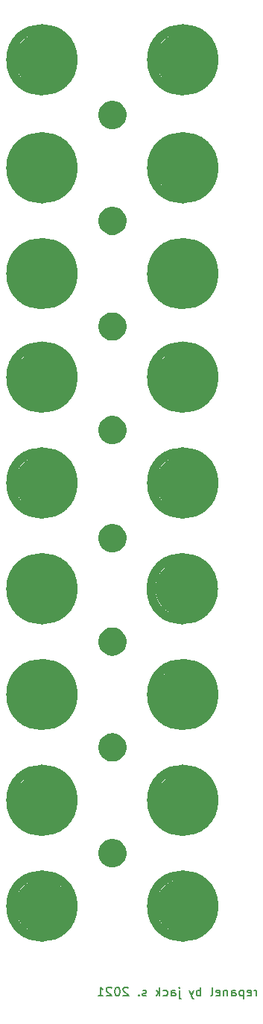
<source format=gbr>
G04 #@! TF.GenerationSoftware,KiCad,Pcbnew,(5.1.5-0)*
G04 #@! TF.CreationDate,2021-01-08T11:57:48-08:00*
G04 #@! TF.ProjectId,divideandconquer,64697669-6465-4616-9e64-636f6e717565,rev?*
G04 #@! TF.SameCoordinates,Original*
G04 #@! TF.FileFunction,Soldermask,Bot*
G04 #@! TF.FilePolarity,Negative*
%FSLAX46Y46*%
G04 Gerber Fmt 4.6, Leading zero omitted, Abs format (unit mm)*
G04 Created by KiCad (PCBNEW (5.1.5-0)) date 2021-01-08 11:57:48*
%MOMM*%
%LPD*%
G04 APERTURE LIST*
%ADD10C,0.150000*%
%ADD11C,1.000000*%
%ADD12C,0.100000*%
G04 APERTURE END LIST*
D10*
X36476190Y-220952380D02*
X36476190Y-220285714D01*
X36476190Y-220476190D02*
X36428571Y-220380952D01*
X36380952Y-220333333D01*
X36285714Y-220285714D01*
X36190476Y-220285714D01*
X35476190Y-220904761D02*
X35571428Y-220952380D01*
X35761904Y-220952380D01*
X35857142Y-220904761D01*
X35904761Y-220809523D01*
X35904761Y-220428571D01*
X35857142Y-220333333D01*
X35761904Y-220285714D01*
X35571428Y-220285714D01*
X35476190Y-220333333D01*
X35428571Y-220428571D01*
X35428571Y-220523809D01*
X35904761Y-220619047D01*
X35000000Y-220285714D02*
X35000000Y-221285714D01*
X35000000Y-220333333D02*
X34904761Y-220285714D01*
X34714285Y-220285714D01*
X34619047Y-220333333D01*
X34571428Y-220380952D01*
X34523809Y-220476190D01*
X34523809Y-220761904D01*
X34571428Y-220857142D01*
X34619047Y-220904761D01*
X34714285Y-220952380D01*
X34904761Y-220952380D01*
X35000000Y-220904761D01*
X33666666Y-220952380D02*
X33666666Y-220428571D01*
X33714285Y-220333333D01*
X33809523Y-220285714D01*
X34000000Y-220285714D01*
X34095238Y-220333333D01*
X33666666Y-220904761D02*
X33761904Y-220952380D01*
X34000000Y-220952380D01*
X34095238Y-220904761D01*
X34142857Y-220809523D01*
X34142857Y-220714285D01*
X34095238Y-220619047D01*
X34000000Y-220571428D01*
X33761904Y-220571428D01*
X33666666Y-220523809D01*
X33190476Y-220285714D02*
X33190476Y-220952380D01*
X33190476Y-220380952D02*
X33142857Y-220333333D01*
X33047619Y-220285714D01*
X32904761Y-220285714D01*
X32809523Y-220333333D01*
X32761904Y-220428571D01*
X32761904Y-220952380D01*
X31904761Y-220904761D02*
X31999999Y-220952380D01*
X32190476Y-220952380D01*
X32285714Y-220904761D01*
X32333333Y-220809523D01*
X32333333Y-220428571D01*
X32285714Y-220333333D01*
X32190476Y-220285714D01*
X31999999Y-220285714D01*
X31904761Y-220333333D01*
X31857142Y-220428571D01*
X31857142Y-220523809D01*
X32333333Y-220619047D01*
X31285714Y-220952380D02*
X31380952Y-220904761D01*
X31428571Y-220809523D01*
X31428571Y-219952380D01*
X30142857Y-220952380D02*
X30142857Y-219952380D01*
X30142857Y-220333333D02*
X30047619Y-220285714D01*
X29857142Y-220285714D01*
X29761904Y-220333333D01*
X29714285Y-220380952D01*
X29666666Y-220476190D01*
X29666666Y-220761904D01*
X29714285Y-220857142D01*
X29761904Y-220904761D01*
X29857142Y-220952380D01*
X30047619Y-220952380D01*
X30142857Y-220904761D01*
X29333333Y-220285714D02*
X29095238Y-220952380D01*
X28857142Y-220285714D02*
X29095238Y-220952380D01*
X29190476Y-221190476D01*
X29238095Y-221238095D01*
X29333333Y-221285714D01*
X27714285Y-220285714D02*
X27714285Y-221142857D01*
X27761904Y-221238095D01*
X27857142Y-221285714D01*
X27904761Y-221285714D01*
X27714285Y-219952380D02*
X27761904Y-220000000D01*
X27714285Y-220047619D01*
X27666666Y-220000000D01*
X27714285Y-219952380D01*
X27714285Y-220047619D01*
X26809523Y-220952380D02*
X26809523Y-220428571D01*
X26857142Y-220333333D01*
X26952380Y-220285714D01*
X27142857Y-220285714D01*
X27238095Y-220333333D01*
X26809523Y-220904761D02*
X26904761Y-220952380D01*
X27142857Y-220952380D01*
X27238095Y-220904761D01*
X27285714Y-220809523D01*
X27285714Y-220714285D01*
X27238095Y-220619047D01*
X27142857Y-220571428D01*
X26904761Y-220571428D01*
X26809523Y-220523809D01*
X25904761Y-220904761D02*
X26000000Y-220952380D01*
X26190476Y-220952380D01*
X26285714Y-220904761D01*
X26333333Y-220857142D01*
X26380952Y-220761904D01*
X26380952Y-220476190D01*
X26333333Y-220380952D01*
X26285714Y-220333333D01*
X26190476Y-220285714D01*
X26000000Y-220285714D01*
X25904761Y-220333333D01*
X25476190Y-220952380D02*
X25476190Y-219952380D01*
X25380952Y-220571428D02*
X25095238Y-220952380D01*
X25095238Y-220285714D02*
X25476190Y-220666666D01*
X23952380Y-220904761D02*
X23857142Y-220952380D01*
X23666666Y-220952380D01*
X23571428Y-220904761D01*
X23523809Y-220809523D01*
X23523809Y-220761904D01*
X23571428Y-220666666D01*
X23666666Y-220619047D01*
X23809523Y-220619047D01*
X23904761Y-220571428D01*
X23952380Y-220476190D01*
X23952380Y-220428571D01*
X23904761Y-220333333D01*
X23809523Y-220285714D01*
X23666666Y-220285714D01*
X23571428Y-220333333D01*
X23095238Y-220857142D02*
X23047619Y-220904761D01*
X23095238Y-220952380D01*
X23142857Y-220904761D01*
X23095238Y-220857142D01*
X23095238Y-220952380D01*
X21904761Y-220047619D02*
X21857142Y-220000000D01*
X21761904Y-219952380D01*
X21523809Y-219952380D01*
X21428571Y-220000000D01*
X21380952Y-220047619D01*
X21333333Y-220142857D01*
X21333333Y-220238095D01*
X21380952Y-220380952D01*
X21952380Y-220952380D01*
X21333333Y-220952380D01*
X20714285Y-219952380D02*
X20619047Y-219952380D01*
X20523809Y-220000000D01*
X20476190Y-220047619D01*
X20428571Y-220142857D01*
X20380952Y-220333333D01*
X20380952Y-220571428D01*
X20428571Y-220761904D01*
X20476190Y-220857142D01*
X20523809Y-220904761D01*
X20619047Y-220952380D01*
X20714285Y-220952380D01*
X20809523Y-220904761D01*
X20857142Y-220857142D01*
X20904761Y-220761904D01*
X20952380Y-220571428D01*
X20952380Y-220333333D01*
X20904761Y-220142857D01*
X20857142Y-220047619D01*
X20809523Y-220000000D01*
X20714285Y-219952380D01*
X20000000Y-220047619D02*
X19952380Y-220000000D01*
X19857142Y-219952380D01*
X19619047Y-219952380D01*
X19523809Y-220000000D01*
X19476190Y-220047619D01*
X19428571Y-220142857D01*
X19428571Y-220238095D01*
X19476190Y-220380952D01*
X20047619Y-220952380D01*
X19428571Y-220952380D01*
X18476190Y-220952380D02*
X19047619Y-220952380D01*
X18761904Y-220952380D02*
X18761904Y-219952380D01*
X18857142Y-220095238D01*
X18952380Y-220190476D01*
X19047619Y-220238095D01*
D11*
X15650000Y-114750000D02*
G75*
G03X15650000Y-114750000I-3550000J0D01*
G01*
X15650000Y-127000000D02*
G75*
G03X15650000Y-127000000I-3550000J0D01*
G01*
X15650000Y-139000000D02*
G75*
G03X15650000Y-139000000I-3550000J0D01*
G01*
X15650000Y-150750000D02*
G75*
G03X15650000Y-150750000I-3550000J0D01*
G01*
X15650000Y-162750000D02*
G75*
G03X15650000Y-162750000I-3550000J0D01*
G01*
X15650000Y-174750000D02*
G75*
G03X15650000Y-174750000I-3550000J0D01*
G01*
X15650000Y-186750000D02*
G75*
G03X15650000Y-186750000I-3550000J0D01*
G01*
X15650000Y-198750000D02*
G75*
G03X15650000Y-198750000I-3550000J0D01*
G01*
X15650000Y-210750000D02*
G75*
G03X15650000Y-210750000I-3550000J0D01*
G01*
X31650000Y-210750000D02*
G75*
G03X31650000Y-210750000I-3550000J0D01*
G01*
X31650000Y-198750000D02*
G75*
G03X31650000Y-198750000I-3550000J0D01*
G01*
X31650000Y-186750000D02*
G75*
G03X31650000Y-186750000I-3550000J0D01*
G01*
X31600000Y-174750000D02*
G75*
G03X31600000Y-174750000I-3550000J0D01*
G01*
X31650000Y-162750000D02*
G75*
G03X31650000Y-162750000I-3550000J0D01*
G01*
X31650000Y-150750000D02*
G75*
G03X31650000Y-150750000I-3550000J0D01*
G01*
X31650000Y-139000000D02*
G75*
G03X31650000Y-139000000I-3550000J0D01*
G01*
X31650000Y-127000000D02*
G75*
G03X31650000Y-127000000I-3550000J0D01*
G01*
X31650000Y-114750000D02*
G75*
G03X31650000Y-114750000I-3550000J0D01*
G01*
D12*
G36*
X28704975Y-207708585D02*
G01*
X29004528Y-207768170D01*
X29568874Y-208001930D01*
X30076772Y-208341296D01*
X30508704Y-208773228D01*
X30848070Y-209281126D01*
X31081830Y-209845472D01*
X31201000Y-210444578D01*
X31201000Y-211055422D01*
X31081830Y-211654528D01*
X30848070Y-212218874D01*
X30508704Y-212726772D01*
X30076772Y-213158704D01*
X29568874Y-213498070D01*
X29004528Y-213731830D01*
X28704975Y-213791415D01*
X28405423Y-213851000D01*
X27794577Y-213851000D01*
X27495025Y-213791415D01*
X27195472Y-213731830D01*
X26631126Y-213498070D01*
X26123228Y-213158704D01*
X25691296Y-212726772D01*
X25351930Y-212218874D01*
X25118170Y-211654528D01*
X24999000Y-211055422D01*
X24999000Y-210444578D01*
X25118170Y-209845472D01*
X25351930Y-209281126D01*
X25691296Y-208773228D01*
X26123228Y-208341296D01*
X26631126Y-208001930D01*
X27195472Y-207768170D01*
X27495025Y-207708585D01*
X27794577Y-207649000D01*
X28405423Y-207649000D01*
X28704975Y-207708585D01*
G37*
G36*
X12704975Y-207708585D02*
G01*
X13004528Y-207768170D01*
X13568874Y-208001930D01*
X14076772Y-208341296D01*
X14508704Y-208773228D01*
X14848070Y-209281126D01*
X15081830Y-209845472D01*
X15201000Y-210444578D01*
X15201000Y-211055422D01*
X15081830Y-211654528D01*
X14848070Y-212218874D01*
X14508704Y-212726772D01*
X14076772Y-213158704D01*
X13568874Y-213498070D01*
X13004528Y-213731830D01*
X12704975Y-213791415D01*
X12405423Y-213851000D01*
X11794577Y-213851000D01*
X11495025Y-213791415D01*
X11195472Y-213731830D01*
X10631126Y-213498070D01*
X10123228Y-213158704D01*
X9691296Y-212726772D01*
X9351930Y-212218874D01*
X9118170Y-211654528D01*
X8999000Y-211055422D01*
X8999000Y-210444578D01*
X9118170Y-209845472D01*
X9351930Y-209281126D01*
X9691296Y-208773228D01*
X10123228Y-208341296D01*
X10631126Y-208001930D01*
X11195472Y-207768170D01*
X11495025Y-207708585D01*
X11794577Y-207649000D01*
X12405423Y-207649000D01*
X12704975Y-207708585D01*
G37*
G36*
X20296217Y-203156665D02*
G01*
X20566995Y-203210525D01*
X20858358Y-203331212D01*
X21120578Y-203506422D01*
X21343578Y-203729422D01*
X21518788Y-203991642D01*
X21639475Y-204283005D01*
X21701000Y-204592315D01*
X21701000Y-204907685D01*
X21639475Y-205216995D01*
X21518788Y-205508358D01*
X21343578Y-205770578D01*
X21120578Y-205993578D01*
X20858358Y-206168788D01*
X20566995Y-206289475D01*
X20296217Y-206343335D01*
X20257686Y-206351000D01*
X19942314Y-206351000D01*
X19903783Y-206343335D01*
X19633005Y-206289475D01*
X19341642Y-206168788D01*
X19079422Y-205993578D01*
X18856422Y-205770578D01*
X18681212Y-205508358D01*
X18560525Y-205216995D01*
X18499000Y-204907685D01*
X18499000Y-204592315D01*
X18560525Y-204283005D01*
X18681212Y-203991642D01*
X18856422Y-203729422D01*
X19079422Y-203506422D01*
X19341642Y-203331212D01*
X19633005Y-203210525D01*
X19903783Y-203156665D01*
X19942314Y-203149000D01*
X20257686Y-203149000D01*
X20296217Y-203156665D01*
G37*
G36*
X12704975Y-195708585D02*
G01*
X13004528Y-195768170D01*
X13568874Y-196001930D01*
X14076772Y-196341296D01*
X14508704Y-196773228D01*
X14848070Y-197281126D01*
X15081830Y-197845472D01*
X15201000Y-198444578D01*
X15201000Y-199055422D01*
X15081830Y-199654528D01*
X14848070Y-200218874D01*
X14508704Y-200726772D01*
X14076772Y-201158704D01*
X13568874Y-201498070D01*
X13004528Y-201731830D01*
X12704975Y-201791415D01*
X12405423Y-201851000D01*
X11794577Y-201851000D01*
X11495025Y-201791415D01*
X11195472Y-201731830D01*
X10631126Y-201498070D01*
X10123228Y-201158704D01*
X9691296Y-200726772D01*
X9351930Y-200218874D01*
X9118170Y-199654528D01*
X8999000Y-199055422D01*
X8999000Y-198444578D01*
X9118170Y-197845472D01*
X9351930Y-197281126D01*
X9691296Y-196773228D01*
X10123228Y-196341296D01*
X10631126Y-196001930D01*
X11195472Y-195768170D01*
X11495025Y-195708585D01*
X11794577Y-195649000D01*
X12405423Y-195649000D01*
X12704975Y-195708585D01*
G37*
G36*
X28704975Y-195708585D02*
G01*
X29004528Y-195768170D01*
X29568874Y-196001930D01*
X30076772Y-196341296D01*
X30508704Y-196773228D01*
X30848070Y-197281126D01*
X31081830Y-197845472D01*
X31201000Y-198444578D01*
X31201000Y-199055422D01*
X31081830Y-199654528D01*
X30848070Y-200218874D01*
X30508704Y-200726772D01*
X30076772Y-201158704D01*
X29568874Y-201498070D01*
X29004528Y-201731830D01*
X28704975Y-201791415D01*
X28405423Y-201851000D01*
X27794577Y-201851000D01*
X27495025Y-201791415D01*
X27195472Y-201731830D01*
X26631126Y-201498070D01*
X26123228Y-201158704D01*
X25691296Y-200726772D01*
X25351930Y-200218874D01*
X25118170Y-199654528D01*
X24999000Y-199055422D01*
X24999000Y-198444578D01*
X25118170Y-197845472D01*
X25351930Y-197281126D01*
X25691296Y-196773228D01*
X26123228Y-196341296D01*
X26631126Y-196001930D01*
X27195472Y-195768170D01*
X27495025Y-195708585D01*
X27794577Y-195649000D01*
X28405423Y-195649000D01*
X28704975Y-195708585D01*
G37*
G36*
X20296217Y-191156665D02*
G01*
X20566995Y-191210525D01*
X20858358Y-191331212D01*
X21120578Y-191506422D01*
X21343578Y-191729422D01*
X21518788Y-191991642D01*
X21639475Y-192283005D01*
X21701000Y-192592315D01*
X21701000Y-192907685D01*
X21639475Y-193216995D01*
X21518788Y-193508358D01*
X21343578Y-193770578D01*
X21120578Y-193993578D01*
X20858358Y-194168788D01*
X20566995Y-194289475D01*
X20296217Y-194343335D01*
X20257686Y-194351000D01*
X19942314Y-194351000D01*
X19903783Y-194343335D01*
X19633005Y-194289475D01*
X19341642Y-194168788D01*
X19079422Y-193993578D01*
X18856422Y-193770578D01*
X18681212Y-193508358D01*
X18560525Y-193216995D01*
X18499000Y-192907685D01*
X18499000Y-192592315D01*
X18560525Y-192283005D01*
X18681212Y-191991642D01*
X18856422Y-191729422D01*
X19079422Y-191506422D01*
X19341642Y-191331212D01*
X19633005Y-191210525D01*
X19903783Y-191156665D01*
X19942314Y-191149000D01*
X20257686Y-191149000D01*
X20296217Y-191156665D01*
G37*
G36*
X28704975Y-183708585D02*
G01*
X29004528Y-183768170D01*
X29568874Y-184001930D01*
X30076772Y-184341296D01*
X30508704Y-184773228D01*
X30848070Y-185281126D01*
X31081830Y-185845472D01*
X31201000Y-186444578D01*
X31201000Y-187055422D01*
X31081830Y-187654528D01*
X30848070Y-188218874D01*
X30508704Y-188726772D01*
X30076772Y-189158704D01*
X29568874Y-189498070D01*
X29004528Y-189731830D01*
X28704975Y-189791415D01*
X28405423Y-189851000D01*
X27794577Y-189851000D01*
X27495025Y-189791415D01*
X27195472Y-189731830D01*
X26631126Y-189498070D01*
X26123228Y-189158704D01*
X25691296Y-188726772D01*
X25351930Y-188218874D01*
X25118170Y-187654528D01*
X24999000Y-187055422D01*
X24999000Y-186444578D01*
X25118170Y-185845472D01*
X25351930Y-185281126D01*
X25691296Y-184773228D01*
X26123228Y-184341296D01*
X26631126Y-184001930D01*
X27195472Y-183768170D01*
X27495025Y-183708585D01*
X27794577Y-183649000D01*
X28405423Y-183649000D01*
X28704975Y-183708585D01*
G37*
G36*
X12704975Y-183708585D02*
G01*
X13004528Y-183768170D01*
X13568874Y-184001930D01*
X14076772Y-184341296D01*
X14508704Y-184773228D01*
X14848070Y-185281126D01*
X15081830Y-185845472D01*
X15201000Y-186444578D01*
X15201000Y-187055422D01*
X15081830Y-187654528D01*
X14848070Y-188218874D01*
X14508704Y-188726772D01*
X14076772Y-189158704D01*
X13568874Y-189498070D01*
X13004528Y-189731830D01*
X12704975Y-189791415D01*
X12405423Y-189851000D01*
X11794577Y-189851000D01*
X11495025Y-189791415D01*
X11195472Y-189731830D01*
X10631126Y-189498070D01*
X10123228Y-189158704D01*
X9691296Y-188726772D01*
X9351930Y-188218874D01*
X9118170Y-187654528D01*
X8999000Y-187055422D01*
X8999000Y-186444578D01*
X9118170Y-185845472D01*
X9351930Y-185281126D01*
X9691296Y-184773228D01*
X10123228Y-184341296D01*
X10631126Y-184001930D01*
X11195472Y-183768170D01*
X11495025Y-183708585D01*
X11794577Y-183649000D01*
X12405423Y-183649000D01*
X12704975Y-183708585D01*
G37*
G36*
X20296217Y-179156665D02*
G01*
X20566995Y-179210525D01*
X20858358Y-179331212D01*
X21120578Y-179506422D01*
X21343578Y-179729422D01*
X21518788Y-179991642D01*
X21639475Y-180283005D01*
X21701000Y-180592315D01*
X21701000Y-180907685D01*
X21639475Y-181216995D01*
X21518788Y-181508358D01*
X21343578Y-181770578D01*
X21120578Y-181993578D01*
X20858358Y-182168788D01*
X20566995Y-182289475D01*
X20296217Y-182343335D01*
X20257686Y-182351000D01*
X19942314Y-182351000D01*
X19903783Y-182343335D01*
X19633005Y-182289475D01*
X19341642Y-182168788D01*
X19079422Y-181993578D01*
X18856422Y-181770578D01*
X18681212Y-181508358D01*
X18560525Y-181216995D01*
X18499000Y-180907685D01*
X18499000Y-180592315D01*
X18560525Y-180283005D01*
X18681212Y-179991642D01*
X18856422Y-179729422D01*
X19079422Y-179506422D01*
X19341642Y-179331212D01*
X19633005Y-179210525D01*
X19903783Y-179156665D01*
X19942314Y-179149000D01*
X20257686Y-179149000D01*
X20296217Y-179156665D01*
G37*
G36*
X28704975Y-171708585D02*
G01*
X29004528Y-171768170D01*
X29568874Y-172001930D01*
X30076772Y-172341296D01*
X30508704Y-172773228D01*
X30848070Y-173281126D01*
X31081830Y-173845472D01*
X31201000Y-174444578D01*
X31201000Y-175055422D01*
X31081830Y-175654528D01*
X30848070Y-176218874D01*
X30508704Y-176726772D01*
X30076772Y-177158704D01*
X29568874Y-177498070D01*
X29004528Y-177731830D01*
X28704975Y-177791415D01*
X28405423Y-177851000D01*
X27794577Y-177851000D01*
X27495025Y-177791415D01*
X27195472Y-177731830D01*
X26631126Y-177498070D01*
X26123228Y-177158704D01*
X25691296Y-176726772D01*
X25351930Y-176218874D01*
X25118170Y-175654528D01*
X24999000Y-175055422D01*
X24999000Y-174444578D01*
X25118170Y-173845472D01*
X25351930Y-173281126D01*
X25691296Y-172773228D01*
X26123228Y-172341296D01*
X26631126Y-172001930D01*
X27195472Y-171768170D01*
X27495025Y-171708585D01*
X27794577Y-171649000D01*
X28405423Y-171649000D01*
X28704975Y-171708585D01*
G37*
G36*
X12704975Y-171708585D02*
G01*
X13004528Y-171768170D01*
X13568874Y-172001930D01*
X14076772Y-172341296D01*
X14508704Y-172773228D01*
X14848070Y-173281126D01*
X15081830Y-173845472D01*
X15201000Y-174444578D01*
X15201000Y-175055422D01*
X15081830Y-175654528D01*
X14848070Y-176218874D01*
X14508704Y-176726772D01*
X14076772Y-177158704D01*
X13568874Y-177498070D01*
X13004528Y-177731830D01*
X12704975Y-177791415D01*
X12405423Y-177851000D01*
X11794577Y-177851000D01*
X11495025Y-177791415D01*
X11195472Y-177731830D01*
X10631126Y-177498070D01*
X10123228Y-177158704D01*
X9691296Y-176726772D01*
X9351930Y-176218874D01*
X9118170Y-175654528D01*
X8999000Y-175055422D01*
X8999000Y-174444578D01*
X9118170Y-173845472D01*
X9351930Y-173281126D01*
X9691296Y-172773228D01*
X10123228Y-172341296D01*
X10631126Y-172001930D01*
X11195472Y-171768170D01*
X11495025Y-171708585D01*
X11794577Y-171649000D01*
X12405423Y-171649000D01*
X12704975Y-171708585D01*
G37*
G36*
X20296217Y-167406665D02*
G01*
X20566995Y-167460525D01*
X20858358Y-167581212D01*
X21120578Y-167756422D01*
X21343578Y-167979422D01*
X21518788Y-168241642D01*
X21639475Y-168533005D01*
X21701000Y-168842315D01*
X21701000Y-169157685D01*
X21639475Y-169466995D01*
X21518788Y-169758358D01*
X21343578Y-170020578D01*
X21120578Y-170243578D01*
X20858358Y-170418788D01*
X20566995Y-170539475D01*
X20296217Y-170593335D01*
X20257686Y-170601000D01*
X19942314Y-170601000D01*
X19903783Y-170593335D01*
X19633005Y-170539475D01*
X19341642Y-170418788D01*
X19079422Y-170243578D01*
X18856422Y-170020578D01*
X18681212Y-169758358D01*
X18560525Y-169466995D01*
X18499000Y-169157685D01*
X18499000Y-168842315D01*
X18560525Y-168533005D01*
X18681212Y-168241642D01*
X18856422Y-167979422D01*
X19079422Y-167756422D01*
X19341642Y-167581212D01*
X19633005Y-167460525D01*
X19903783Y-167406665D01*
X19942314Y-167399000D01*
X20257686Y-167399000D01*
X20296217Y-167406665D01*
G37*
G36*
X28704975Y-159708585D02*
G01*
X29004528Y-159768170D01*
X29568874Y-160001930D01*
X30076772Y-160341296D01*
X30508704Y-160773228D01*
X30848070Y-161281126D01*
X31081830Y-161845472D01*
X31201000Y-162444578D01*
X31201000Y-163055422D01*
X31081830Y-163654528D01*
X30848070Y-164218874D01*
X30508704Y-164726772D01*
X30076772Y-165158704D01*
X29568874Y-165498070D01*
X29004528Y-165731830D01*
X28704975Y-165791415D01*
X28405423Y-165851000D01*
X27794577Y-165851000D01*
X27495025Y-165791415D01*
X27195472Y-165731830D01*
X26631126Y-165498070D01*
X26123228Y-165158704D01*
X25691296Y-164726772D01*
X25351930Y-164218874D01*
X25118170Y-163654528D01*
X24999000Y-163055422D01*
X24999000Y-162444578D01*
X25118170Y-161845472D01*
X25351930Y-161281126D01*
X25691296Y-160773228D01*
X26123228Y-160341296D01*
X26631126Y-160001930D01*
X27195472Y-159768170D01*
X27495025Y-159708585D01*
X27794577Y-159649000D01*
X28405423Y-159649000D01*
X28704975Y-159708585D01*
G37*
G36*
X12704975Y-159708585D02*
G01*
X13004528Y-159768170D01*
X13568874Y-160001930D01*
X14076772Y-160341296D01*
X14508704Y-160773228D01*
X14848070Y-161281126D01*
X15081830Y-161845472D01*
X15201000Y-162444578D01*
X15201000Y-163055422D01*
X15081830Y-163654528D01*
X14848070Y-164218874D01*
X14508704Y-164726772D01*
X14076772Y-165158704D01*
X13568874Y-165498070D01*
X13004528Y-165731830D01*
X12704975Y-165791415D01*
X12405423Y-165851000D01*
X11794577Y-165851000D01*
X11495025Y-165791415D01*
X11195472Y-165731830D01*
X10631126Y-165498070D01*
X10123228Y-165158704D01*
X9691296Y-164726772D01*
X9351930Y-164218874D01*
X9118170Y-163654528D01*
X8999000Y-163055422D01*
X8999000Y-162444578D01*
X9118170Y-161845472D01*
X9351930Y-161281126D01*
X9691296Y-160773228D01*
X10123228Y-160341296D01*
X10631126Y-160001930D01*
X11195472Y-159768170D01*
X11495025Y-159708585D01*
X11794577Y-159649000D01*
X12405423Y-159649000D01*
X12704975Y-159708585D01*
G37*
G36*
X20296217Y-155156665D02*
G01*
X20566995Y-155210525D01*
X20858358Y-155331212D01*
X21120578Y-155506422D01*
X21343578Y-155729422D01*
X21518788Y-155991642D01*
X21639475Y-156283005D01*
X21701000Y-156592315D01*
X21701000Y-156907685D01*
X21639475Y-157216995D01*
X21518788Y-157508358D01*
X21343578Y-157770578D01*
X21120578Y-157993578D01*
X20858358Y-158168788D01*
X20566995Y-158289475D01*
X20296217Y-158343335D01*
X20257686Y-158351000D01*
X19942314Y-158351000D01*
X19903783Y-158343335D01*
X19633005Y-158289475D01*
X19341642Y-158168788D01*
X19079422Y-157993578D01*
X18856422Y-157770578D01*
X18681212Y-157508358D01*
X18560525Y-157216995D01*
X18499000Y-156907685D01*
X18499000Y-156592315D01*
X18560525Y-156283005D01*
X18681212Y-155991642D01*
X18856422Y-155729422D01*
X19079422Y-155506422D01*
X19341642Y-155331212D01*
X19633005Y-155210525D01*
X19903783Y-155156665D01*
X19942314Y-155149000D01*
X20257686Y-155149000D01*
X20296217Y-155156665D01*
G37*
G36*
X28704975Y-147708585D02*
G01*
X29004528Y-147768170D01*
X29568874Y-148001930D01*
X30076772Y-148341296D01*
X30508704Y-148773228D01*
X30848070Y-149281126D01*
X31081830Y-149845472D01*
X31201000Y-150444578D01*
X31201000Y-151055422D01*
X31081830Y-151654528D01*
X30848070Y-152218874D01*
X30508704Y-152726772D01*
X30076772Y-153158704D01*
X29568874Y-153498070D01*
X29004528Y-153731830D01*
X28704975Y-153791415D01*
X28405423Y-153851000D01*
X27794577Y-153851000D01*
X27495025Y-153791415D01*
X27195472Y-153731830D01*
X26631126Y-153498070D01*
X26123228Y-153158704D01*
X25691296Y-152726772D01*
X25351930Y-152218874D01*
X25118170Y-151654528D01*
X24999000Y-151055422D01*
X24999000Y-150444578D01*
X25118170Y-149845472D01*
X25351930Y-149281126D01*
X25691296Y-148773228D01*
X26123228Y-148341296D01*
X26631126Y-148001930D01*
X27195472Y-147768170D01*
X27495025Y-147708585D01*
X27794577Y-147649000D01*
X28405423Y-147649000D01*
X28704975Y-147708585D01*
G37*
G36*
X12704975Y-147708585D02*
G01*
X13004528Y-147768170D01*
X13568874Y-148001930D01*
X14076772Y-148341296D01*
X14508704Y-148773228D01*
X14848070Y-149281126D01*
X15081830Y-149845472D01*
X15201000Y-150444578D01*
X15201000Y-151055422D01*
X15081830Y-151654528D01*
X14848070Y-152218874D01*
X14508704Y-152726772D01*
X14076772Y-153158704D01*
X13568874Y-153498070D01*
X13004528Y-153731830D01*
X12704975Y-153791415D01*
X12405423Y-153851000D01*
X11794577Y-153851000D01*
X11495025Y-153791415D01*
X11195472Y-153731830D01*
X10631126Y-153498070D01*
X10123228Y-153158704D01*
X9691296Y-152726772D01*
X9351930Y-152218874D01*
X9118170Y-151654528D01*
X8999000Y-151055422D01*
X8999000Y-150444578D01*
X9118170Y-149845472D01*
X9351930Y-149281126D01*
X9691296Y-148773228D01*
X10123228Y-148341296D01*
X10631126Y-148001930D01*
X11195472Y-147768170D01*
X11495025Y-147708585D01*
X11794577Y-147649000D01*
X12405423Y-147649000D01*
X12704975Y-147708585D01*
G37*
G36*
X20296217Y-143406665D02*
G01*
X20566995Y-143460525D01*
X20858358Y-143581212D01*
X21120578Y-143756422D01*
X21343578Y-143979422D01*
X21518788Y-144241642D01*
X21639475Y-144533005D01*
X21701000Y-144842315D01*
X21701000Y-145157685D01*
X21639475Y-145466995D01*
X21518788Y-145758358D01*
X21343578Y-146020578D01*
X21120578Y-146243578D01*
X20858358Y-146418788D01*
X20566995Y-146539475D01*
X20296217Y-146593335D01*
X20257686Y-146601000D01*
X19942314Y-146601000D01*
X19903783Y-146593335D01*
X19633005Y-146539475D01*
X19341642Y-146418788D01*
X19079422Y-146243578D01*
X18856422Y-146020578D01*
X18681212Y-145758358D01*
X18560525Y-145466995D01*
X18499000Y-145157685D01*
X18499000Y-144842315D01*
X18560525Y-144533005D01*
X18681212Y-144241642D01*
X18856422Y-143979422D01*
X19079422Y-143756422D01*
X19341642Y-143581212D01*
X19633005Y-143460525D01*
X19903783Y-143406665D01*
X19942314Y-143399000D01*
X20257686Y-143399000D01*
X20296217Y-143406665D01*
G37*
G36*
X12704975Y-135958585D02*
G01*
X13004528Y-136018170D01*
X13568874Y-136251930D01*
X14076772Y-136591296D01*
X14508704Y-137023228D01*
X14848070Y-137531126D01*
X15081830Y-138095472D01*
X15201000Y-138694578D01*
X15201000Y-139305422D01*
X15081830Y-139904528D01*
X14848070Y-140468874D01*
X14508704Y-140976772D01*
X14076772Y-141408704D01*
X13568874Y-141748070D01*
X13004528Y-141981830D01*
X12704975Y-142041415D01*
X12405423Y-142101000D01*
X11794577Y-142101000D01*
X11495025Y-142041415D01*
X11195472Y-141981830D01*
X10631126Y-141748070D01*
X10123228Y-141408704D01*
X9691296Y-140976772D01*
X9351930Y-140468874D01*
X9118170Y-139904528D01*
X8999000Y-139305422D01*
X8999000Y-138694578D01*
X9118170Y-138095472D01*
X9351930Y-137531126D01*
X9691296Y-137023228D01*
X10123228Y-136591296D01*
X10631126Y-136251930D01*
X11195472Y-136018170D01*
X11495025Y-135958585D01*
X11794577Y-135899000D01*
X12405423Y-135899000D01*
X12704975Y-135958585D01*
G37*
G36*
X28704975Y-135958585D02*
G01*
X29004528Y-136018170D01*
X29568874Y-136251930D01*
X30076772Y-136591296D01*
X30508704Y-137023228D01*
X30848070Y-137531126D01*
X31081830Y-138095472D01*
X31201000Y-138694578D01*
X31201000Y-139305422D01*
X31081830Y-139904528D01*
X30848070Y-140468874D01*
X30508704Y-140976772D01*
X30076772Y-141408704D01*
X29568874Y-141748070D01*
X29004528Y-141981830D01*
X28704975Y-142041415D01*
X28405423Y-142101000D01*
X27794577Y-142101000D01*
X27495025Y-142041415D01*
X27195472Y-141981830D01*
X26631126Y-141748070D01*
X26123228Y-141408704D01*
X25691296Y-140976772D01*
X25351930Y-140468874D01*
X25118170Y-139904528D01*
X24999000Y-139305422D01*
X24999000Y-138694578D01*
X25118170Y-138095472D01*
X25351930Y-137531126D01*
X25691296Y-137023228D01*
X26123228Y-136591296D01*
X26631126Y-136251930D01*
X27195472Y-136018170D01*
X27495025Y-135958585D01*
X27794577Y-135899000D01*
X28405423Y-135899000D01*
X28704975Y-135958585D01*
G37*
G36*
X20296217Y-131406665D02*
G01*
X20566995Y-131460525D01*
X20858358Y-131581212D01*
X21120578Y-131756422D01*
X21343578Y-131979422D01*
X21518788Y-132241642D01*
X21639475Y-132533005D01*
X21701000Y-132842315D01*
X21701000Y-133157685D01*
X21639475Y-133466995D01*
X21518788Y-133758358D01*
X21343578Y-134020578D01*
X21120578Y-134243578D01*
X20858358Y-134418788D01*
X20566995Y-134539475D01*
X20296217Y-134593335D01*
X20257686Y-134601000D01*
X19942314Y-134601000D01*
X19903783Y-134593335D01*
X19633005Y-134539475D01*
X19341642Y-134418788D01*
X19079422Y-134243578D01*
X18856422Y-134020578D01*
X18681212Y-133758358D01*
X18560525Y-133466995D01*
X18499000Y-133157685D01*
X18499000Y-132842315D01*
X18560525Y-132533005D01*
X18681212Y-132241642D01*
X18856422Y-131979422D01*
X19079422Y-131756422D01*
X19341642Y-131581212D01*
X19633005Y-131460525D01*
X19903783Y-131406665D01*
X19942314Y-131399000D01*
X20257686Y-131399000D01*
X20296217Y-131406665D01*
G37*
G36*
X28704975Y-123958585D02*
G01*
X29004528Y-124018170D01*
X29568874Y-124251930D01*
X30076772Y-124591296D01*
X30508704Y-125023228D01*
X30848070Y-125531126D01*
X31081830Y-126095472D01*
X31201000Y-126694578D01*
X31201000Y-127305422D01*
X31081830Y-127904528D01*
X30848070Y-128468874D01*
X30508704Y-128976772D01*
X30076772Y-129408704D01*
X29568874Y-129748070D01*
X29004528Y-129981830D01*
X28704975Y-130041415D01*
X28405423Y-130101000D01*
X27794577Y-130101000D01*
X27495025Y-130041415D01*
X27195472Y-129981830D01*
X26631126Y-129748070D01*
X26123228Y-129408704D01*
X25691296Y-128976772D01*
X25351930Y-128468874D01*
X25118170Y-127904528D01*
X24999000Y-127305422D01*
X24999000Y-126694578D01*
X25118170Y-126095472D01*
X25351930Y-125531126D01*
X25691296Y-125023228D01*
X26123228Y-124591296D01*
X26631126Y-124251930D01*
X27195472Y-124018170D01*
X27495025Y-123958585D01*
X27794577Y-123899000D01*
X28405423Y-123899000D01*
X28704975Y-123958585D01*
G37*
G36*
X12704975Y-123958585D02*
G01*
X13004528Y-124018170D01*
X13568874Y-124251930D01*
X14076772Y-124591296D01*
X14508704Y-125023228D01*
X14848070Y-125531126D01*
X15081830Y-126095472D01*
X15201000Y-126694578D01*
X15201000Y-127305422D01*
X15081830Y-127904528D01*
X14848070Y-128468874D01*
X14508704Y-128976772D01*
X14076772Y-129408704D01*
X13568874Y-129748070D01*
X13004528Y-129981830D01*
X12704975Y-130041415D01*
X12405423Y-130101000D01*
X11794577Y-130101000D01*
X11495025Y-130041415D01*
X11195472Y-129981830D01*
X10631126Y-129748070D01*
X10123228Y-129408704D01*
X9691296Y-128976772D01*
X9351930Y-128468874D01*
X9118170Y-127904528D01*
X8999000Y-127305422D01*
X8999000Y-126694578D01*
X9118170Y-126095472D01*
X9351930Y-125531126D01*
X9691296Y-125023228D01*
X10123228Y-124591296D01*
X10631126Y-124251930D01*
X11195472Y-124018170D01*
X11495025Y-123958585D01*
X11794577Y-123899000D01*
X12405423Y-123899000D01*
X12704975Y-123958585D01*
G37*
G36*
X20296217Y-119406665D02*
G01*
X20566995Y-119460525D01*
X20858358Y-119581212D01*
X21120578Y-119756422D01*
X21343578Y-119979422D01*
X21518788Y-120241642D01*
X21639475Y-120533005D01*
X21701000Y-120842315D01*
X21701000Y-121157685D01*
X21639475Y-121466995D01*
X21518788Y-121758358D01*
X21343578Y-122020578D01*
X21120578Y-122243578D01*
X20858358Y-122418788D01*
X20566995Y-122539475D01*
X20296217Y-122593335D01*
X20257686Y-122601000D01*
X19942314Y-122601000D01*
X19903783Y-122593335D01*
X19633005Y-122539475D01*
X19341642Y-122418788D01*
X19079422Y-122243578D01*
X18856422Y-122020578D01*
X18681212Y-121758358D01*
X18560525Y-121466995D01*
X18499000Y-121157685D01*
X18499000Y-120842315D01*
X18560525Y-120533005D01*
X18681212Y-120241642D01*
X18856422Y-119979422D01*
X19079422Y-119756422D01*
X19341642Y-119581212D01*
X19633005Y-119460525D01*
X19903783Y-119406665D01*
X19942314Y-119399000D01*
X20257686Y-119399000D01*
X20296217Y-119406665D01*
G37*
G36*
X12704975Y-111708585D02*
G01*
X13004528Y-111768170D01*
X13568874Y-112001930D01*
X14076772Y-112341296D01*
X14508704Y-112773228D01*
X14848070Y-113281126D01*
X15081830Y-113845472D01*
X15201000Y-114444578D01*
X15201000Y-115055422D01*
X15081830Y-115654528D01*
X14848070Y-116218874D01*
X14508704Y-116726772D01*
X14076772Y-117158704D01*
X13568874Y-117498070D01*
X13004528Y-117731830D01*
X12704975Y-117791415D01*
X12405423Y-117851000D01*
X11794577Y-117851000D01*
X11495025Y-117791415D01*
X11195472Y-117731830D01*
X10631126Y-117498070D01*
X10123228Y-117158704D01*
X9691296Y-116726772D01*
X9351930Y-116218874D01*
X9118170Y-115654528D01*
X8999000Y-115055422D01*
X8999000Y-114444578D01*
X9118170Y-113845472D01*
X9351930Y-113281126D01*
X9691296Y-112773228D01*
X10123228Y-112341296D01*
X10631126Y-112001930D01*
X11195472Y-111768170D01*
X11495025Y-111708585D01*
X11794577Y-111649000D01*
X12405423Y-111649000D01*
X12704975Y-111708585D01*
G37*
G36*
X28704975Y-111708585D02*
G01*
X29004528Y-111768170D01*
X29568874Y-112001930D01*
X30076772Y-112341296D01*
X30508704Y-112773228D01*
X30848070Y-113281126D01*
X31081830Y-113845472D01*
X31201000Y-114444578D01*
X31201000Y-115055422D01*
X31081830Y-115654528D01*
X30848070Y-116218874D01*
X30508704Y-116726772D01*
X30076772Y-117158704D01*
X29568874Y-117498070D01*
X29004528Y-117731830D01*
X28704975Y-117791415D01*
X28405423Y-117851000D01*
X27794577Y-117851000D01*
X27495025Y-117791415D01*
X27195472Y-117731830D01*
X26631126Y-117498070D01*
X26123228Y-117158704D01*
X25691296Y-116726772D01*
X25351930Y-116218874D01*
X25118170Y-115654528D01*
X24999000Y-115055422D01*
X24999000Y-114444578D01*
X25118170Y-113845472D01*
X25351930Y-113281126D01*
X25691296Y-112773228D01*
X26123228Y-112341296D01*
X26631126Y-112001930D01*
X27195472Y-111768170D01*
X27495025Y-111708585D01*
X27794577Y-111649000D01*
X28405423Y-111649000D01*
X28704975Y-111708585D01*
G37*
M02*

</source>
